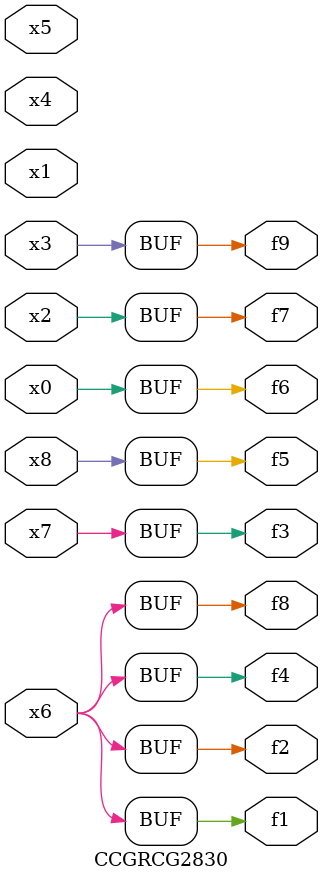
<source format=v>
module CCGRCG2830(
	input x0, x1, x2, x3, x4, x5, x6, x7, x8,
	output f1, f2, f3, f4, f5, f6, f7, f8, f9
);
	assign f1 = x6;
	assign f2 = x6;
	assign f3 = x7;
	assign f4 = x6;
	assign f5 = x8;
	assign f6 = x0;
	assign f7 = x2;
	assign f8 = x6;
	assign f9 = x3;
endmodule

</source>
